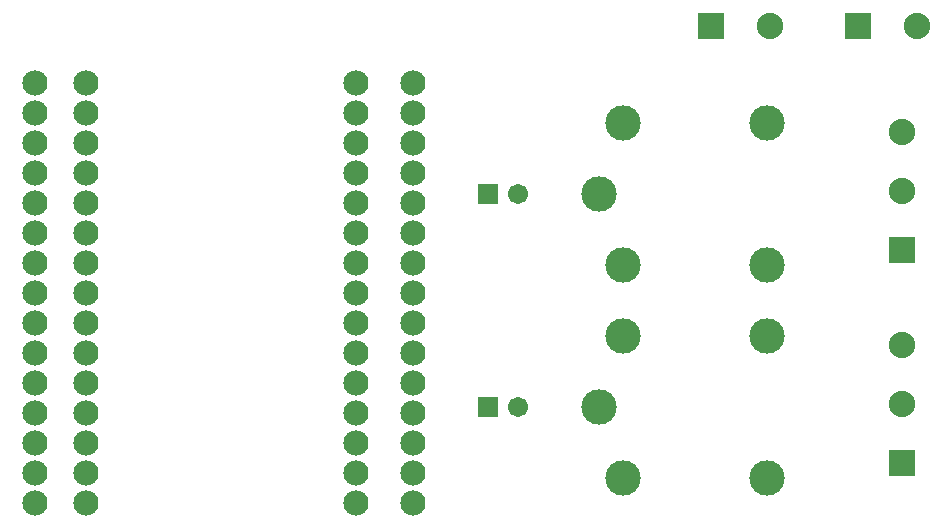
<source format=gts>
G04 ---------------------------- Layer name :TOP SOLDER LAYER*
G04 EasyEDA v5.8.22, Sun, 09 Dec 2018 14:58:16 GMT*
G04 d740bffd687a459e962a3d983056e966*
G04 Gerber Generator version 0.2*
G04 Scale: 100 percent, Rotated: No, Reflected: No *
G04 Dimensions in inches *
G04 leading zeros omitted , absolute positions ,2 integer and 4 decimal *
%FSLAX24Y24*%
%MOIN*%
G90*
G70D02*

%ADD22C,0.084000*%
%ADD23C,0.118000*%
%ADD24R,0.088000X0.088000*%
%ADD25C,0.088000*%
%ADD26R,0.068000X0.067055*%
%ADD27C,0.067055*%

%LPD*%
G54D22*
G01X3000Y17200D03*
G01X3000Y16200D03*
G01X3000Y15200D03*
G01X3000Y14200D03*
G01X3000Y13200D03*
G01X3000Y12200D03*
G01X3000Y11200D03*
G01X3000Y10200D03*
G01X3000Y9200D03*
G01X3000Y8200D03*
G01X3000Y7200D03*
G01X3000Y6200D03*
G01X3000Y5200D03*
G01X3000Y4200D03*
G01X3000Y3200D03*
G01X12000Y17200D03*
G01X12000Y16200D03*
G01X12000Y15200D03*
G01X12000Y14200D03*
G01X12000Y13200D03*
G01X12000Y12200D03*
G01X12000Y11200D03*
G01X12000Y10200D03*
G01X12000Y9200D03*
G01X12000Y8200D03*
G01X12000Y7200D03*
G01X12000Y6200D03*
G01X12000Y5200D03*
G01X12000Y4200D03*
G01X12000Y3200D03*
G54D23*
G01X25695Y11138D03*
G01X20104Y13500D03*
G01X20891Y15861D03*
G01X20891Y11138D03*
G01X25695Y15861D03*
G01X25695Y4038D03*
G01X20104Y6400D03*
G01X20891Y8761D03*
G01X20891Y4038D03*
G01X25695Y8761D03*
G54D24*
G01X30200Y11630D03*
G54D25*
G01X30200Y13600D03*
G01X30200Y15569D03*
G54D24*
G01X30200Y4530D03*
G54D25*
G01X30200Y6500D03*
G01X30200Y8469D03*
G54D24*
G01X28719Y19100D03*
G54D25*
G01X30680Y19100D03*
G54D24*
G01X23819Y19100D03*
G54D25*
G01X25780Y19100D03*
G54D26*
G01X16400Y6400D03*
G54D27*
G01X17400Y6400D03*
G54D26*
G01X16400Y13500D03*
G54D27*
G01X17400Y13500D03*
G54D22*
G01X1300Y15200D03*
G01X1300Y16200D03*
G01X1300Y14200D03*
G01X1300Y13200D03*
G01X1300Y12200D03*
G01X1300Y11200D03*
G01X1300Y10200D03*
G01X1300Y9200D03*
G01X1300Y8200D03*
G01X1300Y7200D03*
G01X1300Y6200D03*
G01X1300Y5200D03*
G01X1300Y4200D03*
G01X1300Y3200D03*
G01X1300Y17200D03*
G01X13900Y17200D03*
G01X13900Y16200D03*
G01X13900Y15200D03*
G01X13900Y14200D03*
G01X13900Y13200D03*
G01X13900Y12200D03*
G01X13900Y11200D03*
G01X13900Y10200D03*
G01X13900Y9200D03*
G01X13900Y8200D03*
G01X13900Y7200D03*
G01X13900Y6200D03*
G01X13900Y5200D03*
G01X13900Y4200D03*
G01X13900Y3200D03*
M00*
M02*

</source>
